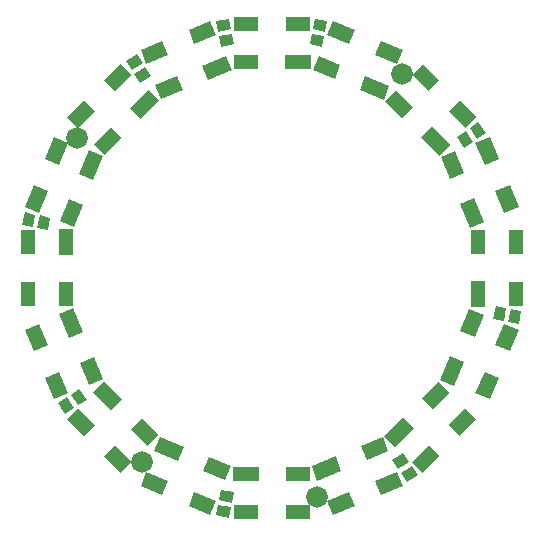
<source format=gts>
G75*
%MOIN*%
%OFA0B0*%
%FSLAX24Y24*%
%IPPOS*%
%LPD*%
%AMOC8*
5,1,8,0,0,1.08239X$1,22.5*
%
%ADD10R,0.0867X0.0513*%
%ADD11R,0.0789X0.0513*%
%ADD12R,0.0513X0.0867*%
%ADD13R,0.0513X0.0789*%
%ADD14R,0.0356X0.0434*%
%ADD15C,0.0720*%
D10*
G36*
X003558Y004236D02*
X002946Y004848D01*
X003308Y005210D01*
X003920Y004598D01*
X003558Y004236D01*
G37*
G36*
X005773Y002547D02*
X004973Y002879D01*
X005169Y003351D01*
X005969Y003019D01*
X005773Y002547D01*
G37*
X008034Y002095D03*
G36*
X011227Y002216D02*
X010427Y001884D01*
X010231Y002356D01*
X011031Y002688D01*
X011227Y002216D01*
G37*
G36*
X013629Y003623D02*
X013017Y003011D01*
X012655Y003373D01*
X013267Y003985D01*
X013629Y003623D01*
G37*
G36*
X015319Y005838D02*
X014987Y005038D01*
X014515Y005234D01*
X014847Y006034D01*
X015319Y005838D01*
G37*
G36*
X015649Y011292D02*
X015981Y010492D01*
X015509Y010296D01*
X015177Y011096D01*
X015649Y011292D01*
G37*
G36*
X014242Y013694D02*
X014854Y013082D01*
X014492Y012720D01*
X013880Y013332D01*
X014242Y013694D01*
G37*
G36*
X012027Y015384D02*
X012827Y015052D01*
X012631Y014580D01*
X011831Y014912D01*
X012027Y015384D01*
G37*
X009766Y015835D03*
G36*
X006573Y015715D02*
X007373Y016047D01*
X007569Y015575D01*
X006769Y015243D01*
X006573Y015715D01*
G37*
G36*
X004171Y014307D02*
X004783Y014919D01*
X005145Y014557D01*
X004533Y013945D01*
X004171Y014307D01*
G37*
G36*
X002481Y012092D02*
X002813Y012892D01*
X003285Y012696D01*
X002953Y011896D01*
X002481Y012092D01*
G37*
G36*
X002151Y006638D02*
X001819Y007438D01*
X002291Y007634D01*
X002623Y006834D01*
X002151Y006638D01*
G37*
D11*
G36*
X003864Y002148D02*
X003308Y002704D01*
X003670Y003066D01*
X004226Y002510D01*
X003864Y002148D01*
G37*
G36*
X005255Y001398D02*
X004528Y001700D01*
X004723Y002172D01*
X005450Y001870D01*
X005255Y001398D01*
G37*
G36*
X006855Y000735D02*
X006128Y001037D01*
X006323Y001509D01*
X007050Y001207D01*
X006855Y000735D01*
G37*
X008034Y000835D03*
G36*
X007337Y001899D02*
X006610Y002201D01*
X006805Y002673D01*
X007532Y002371D01*
X007337Y001899D01*
G37*
X009766Y002095D03*
X009766Y000835D03*
G36*
X011672Y001037D02*
X010945Y000735D01*
X010750Y001207D01*
X011477Y001509D01*
X011672Y001037D01*
G37*
G36*
X013272Y001700D02*
X012545Y001398D01*
X012350Y001870D01*
X013077Y002172D01*
X013272Y001700D01*
G37*
G36*
X014492Y002704D02*
X013936Y002148D01*
X013574Y002510D01*
X014130Y003066D01*
X014492Y002704D01*
G37*
G36*
X015717Y003929D02*
X015161Y003373D01*
X014799Y003735D01*
X015355Y004291D01*
X015717Y003929D01*
G37*
G36*
X016468Y005320D02*
X016166Y004593D01*
X015694Y004788D01*
X015996Y005515D01*
X016468Y005320D01*
G37*
G36*
X017130Y006920D02*
X016828Y006193D01*
X016356Y006388D01*
X016658Y007115D01*
X017130Y006920D01*
G37*
G36*
X015966Y007402D02*
X015664Y006675D01*
X015192Y006870D01*
X015494Y007597D01*
X015966Y007402D01*
G37*
G36*
X014826Y004820D02*
X014270Y004264D01*
X013908Y004626D01*
X014464Y005182D01*
X014826Y004820D01*
G37*
G36*
X012790Y002864D02*
X012063Y002562D01*
X011868Y003034D01*
X012595Y003336D01*
X012790Y002864D01*
G37*
G36*
X004755Y003039D02*
X004199Y003595D01*
X004561Y003957D01*
X005117Y003401D01*
X004755Y003039D01*
G37*
G36*
X002639Y003373D02*
X002083Y003929D01*
X002445Y004291D01*
X003001Y003735D01*
X002639Y003373D01*
G37*
G36*
X001634Y004593D02*
X001332Y005320D01*
X001804Y005515D01*
X002106Y004788D01*
X001634Y004593D01*
G37*
G36*
X002798Y005075D02*
X002496Y005802D01*
X002968Y005997D01*
X003270Y005270D01*
X002798Y005075D01*
G37*
G36*
X000972Y006193D02*
X000670Y006920D01*
X001142Y007115D01*
X001444Y006388D01*
X000972Y006193D01*
G37*
G36*
X001834Y010528D02*
X002136Y011255D01*
X002608Y011060D01*
X002306Y010333D01*
X001834Y010528D01*
G37*
G36*
X000670Y011010D02*
X000972Y011737D01*
X001444Y011542D01*
X001142Y010815D01*
X000670Y011010D01*
G37*
G36*
X001332Y012610D02*
X001634Y013337D01*
X002106Y013142D01*
X001804Y012415D01*
X001332Y012610D01*
G37*
G36*
X002083Y014001D02*
X002639Y014557D01*
X003001Y014195D01*
X002445Y013639D01*
X002083Y014001D01*
G37*
G36*
X002974Y013110D02*
X003530Y013666D01*
X003892Y013304D01*
X003336Y012748D01*
X002974Y013110D01*
G37*
G36*
X003308Y015226D02*
X003864Y015782D01*
X004226Y015420D01*
X003670Y014864D01*
X003308Y015226D01*
G37*
G36*
X004528Y016231D02*
X005255Y016533D01*
X005450Y016061D01*
X004723Y015759D01*
X004528Y016231D01*
G37*
G36*
X005010Y015067D02*
X005737Y015369D01*
X005932Y014897D01*
X005205Y014595D01*
X005010Y015067D01*
G37*
G36*
X006128Y016894D02*
X006855Y017196D01*
X007050Y016724D01*
X006323Y016422D01*
X006128Y016894D01*
G37*
X008034Y017095D03*
X008034Y015835D03*
X009766Y017095D03*
G36*
X010945Y017196D02*
X011672Y016894D01*
X011477Y016422D01*
X010750Y016724D01*
X010945Y017196D01*
G37*
G36*
X010463Y016032D02*
X011190Y015730D01*
X010995Y015258D01*
X010268Y015560D01*
X010463Y016032D01*
G37*
G36*
X012545Y016533D02*
X013272Y016231D01*
X013077Y015759D01*
X012350Y016061D01*
X012545Y016533D01*
G37*
G36*
X013936Y015782D02*
X014492Y015226D01*
X014130Y014864D01*
X013574Y015420D01*
X013936Y015782D01*
G37*
G36*
X013045Y014891D02*
X013601Y014335D01*
X013239Y013973D01*
X012683Y014529D01*
X013045Y014891D01*
G37*
G36*
X015161Y014557D02*
X015717Y014001D01*
X015355Y013639D01*
X014799Y014195D01*
X015161Y014557D01*
G37*
G36*
X016166Y013337D02*
X016468Y012610D01*
X015996Y012415D01*
X015694Y013142D01*
X016166Y013337D01*
G37*
G36*
X015002Y012855D02*
X015304Y012128D01*
X014832Y011933D01*
X014530Y012660D01*
X015002Y012855D01*
G37*
G36*
X016828Y011737D02*
X017130Y011010D01*
X016658Y010815D01*
X016356Y011542D01*
X016828Y011737D01*
G37*
D12*
X015770Y008099D03*
X002030Y009831D03*
D13*
X000770Y009831D03*
X000770Y008099D03*
X002030Y008099D03*
X015770Y009831D03*
X017030Y009831D03*
X017030Y008099D03*
D14*
G36*
X017133Y007108D02*
X016785Y007177D01*
X016869Y007602D01*
X017217Y007533D01*
X017133Y007108D01*
G37*
G36*
X016631Y007208D02*
X016283Y007277D01*
X016367Y007702D01*
X016715Y007633D01*
X016631Y007208D01*
G37*
G36*
X013117Y002260D02*
X012919Y002555D01*
X013279Y002796D01*
X013477Y002501D01*
X013117Y002260D01*
G37*
G36*
X013401Y001834D02*
X013203Y002129D01*
X013563Y002370D01*
X013761Y002075D01*
X013401Y001834D01*
G37*
G36*
X007143Y001234D02*
X007212Y001582D01*
X007637Y001498D01*
X007568Y001150D01*
X007143Y001234D01*
G37*
G36*
X007043Y000732D02*
X007112Y001080D01*
X007537Y000996D01*
X007468Y000648D01*
X007043Y000732D01*
G37*
G36*
X002195Y004748D02*
X002490Y004946D01*
X002731Y004586D01*
X002436Y004388D01*
X002195Y004748D01*
G37*
G36*
X001769Y004464D02*
X002064Y004662D01*
X002305Y004302D01*
X002010Y004104D01*
X001769Y004464D01*
G37*
G36*
X001169Y010722D02*
X001517Y010653D01*
X001433Y010228D01*
X001085Y010297D01*
X001169Y010722D01*
G37*
G36*
X000667Y010822D02*
X001015Y010753D01*
X000931Y010328D01*
X000583Y010397D01*
X000667Y010822D01*
G37*
G36*
X004683Y015670D02*
X004881Y015375D01*
X004521Y015134D01*
X004323Y015429D01*
X004683Y015670D01*
G37*
G36*
X004399Y016096D02*
X004597Y015801D01*
X004237Y015560D01*
X004039Y015855D01*
X004399Y016096D01*
G37*
G36*
X007113Y016849D02*
X007043Y017198D01*
X007467Y017283D01*
X007537Y016934D01*
X007113Y016849D01*
G37*
G36*
X007213Y016347D02*
X007143Y016696D01*
X007567Y016781D01*
X007637Y016432D01*
X007213Y016347D01*
G37*
G36*
X010657Y016696D02*
X010588Y016348D01*
X010163Y016432D01*
X010232Y016780D01*
X010657Y016696D01*
G37*
G36*
X010757Y017198D02*
X010688Y016850D01*
X010263Y016934D01*
X010332Y017282D01*
X010757Y017198D01*
G37*
G36*
X015605Y013182D02*
X015310Y012984D01*
X015069Y013344D01*
X015364Y013542D01*
X015605Y013182D01*
G37*
G36*
X016031Y013466D02*
X015736Y013268D01*
X015495Y013628D01*
X015790Y013826D01*
X016031Y013466D01*
G37*
D15*
X013230Y015435D03*
X002420Y013295D03*
X004570Y002495D03*
X010420Y001325D03*
M02*

</source>
